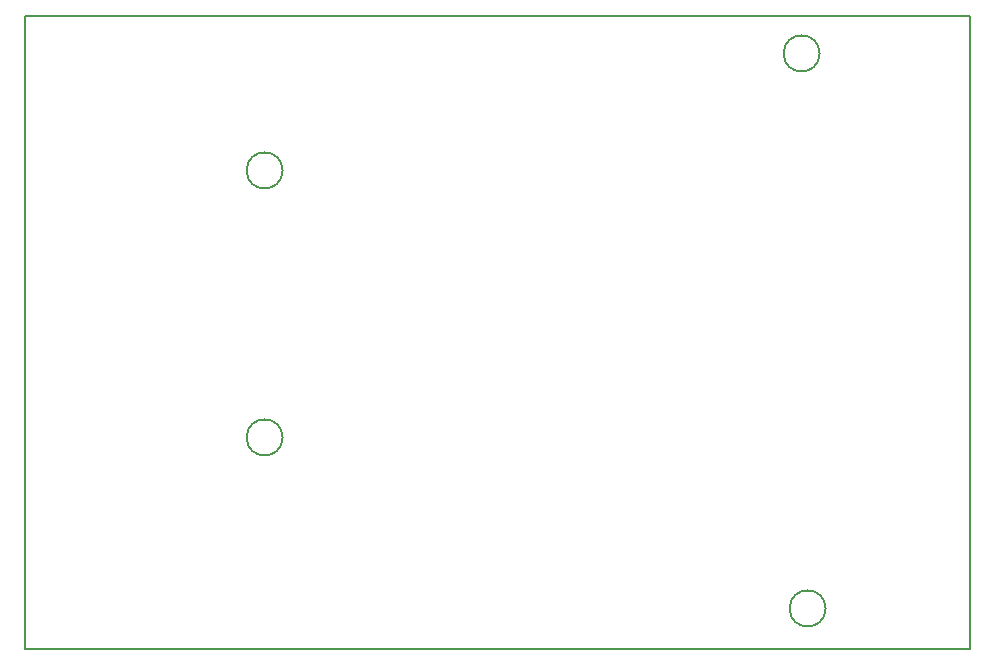
<source format=gbr>
%TF.GenerationSoftware,KiCad,Pcbnew,(5.1.6)-1*%
%TF.CreationDate,2021-04-06T11:23:56-04:00*%
%TF.ProjectId,Lithgow_DetailDesign,4c697468-676f-4775-9f44-657461696c44,2.1*%
%TF.SameCoordinates,Original*%
%TF.FileFunction,Profile,NP*%
%FSLAX46Y46*%
G04 Gerber Fmt 4.6, Leading zero omitted, Abs format (unit mm)*
G04 Created by KiCad (PCBNEW (5.1.6)-1) date 2021-04-06 11:23:56*
%MOMM*%
%LPD*%
G01*
G04 APERTURE LIST*
%TA.AperFunction,Profile*%
%ADD10C,0.150000*%
%TD*%
G04 APERTURE END LIST*
D10*
X129540000Y-127152400D02*
X209550000Y-127152400D01*
X209550000Y-73558400D02*
X209550000Y-127152400D01*
X129540000Y-73558400D02*
X209550000Y-73558400D01*
X129540000Y-73558400D02*
X129540000Y-127152400D01*
X196850000Y-76708000D02*
G75*
G03*
X196850000Y-76708000I-1524000J0D01*
G01*
X197358000Y-123698000D02*
G75*
G03*
X197358000Y-123698000I-1524000J0D01*
G01*
X151384000Y-86614000D02*
G75*
G03*
X151384000Y-86614000I-1524000J0D01*
G01*
X151384000Y-109220000D02*
G75*
G03*
X151384000Y-109220000I-1524000J0D01*
G01*
M02*

</source>
